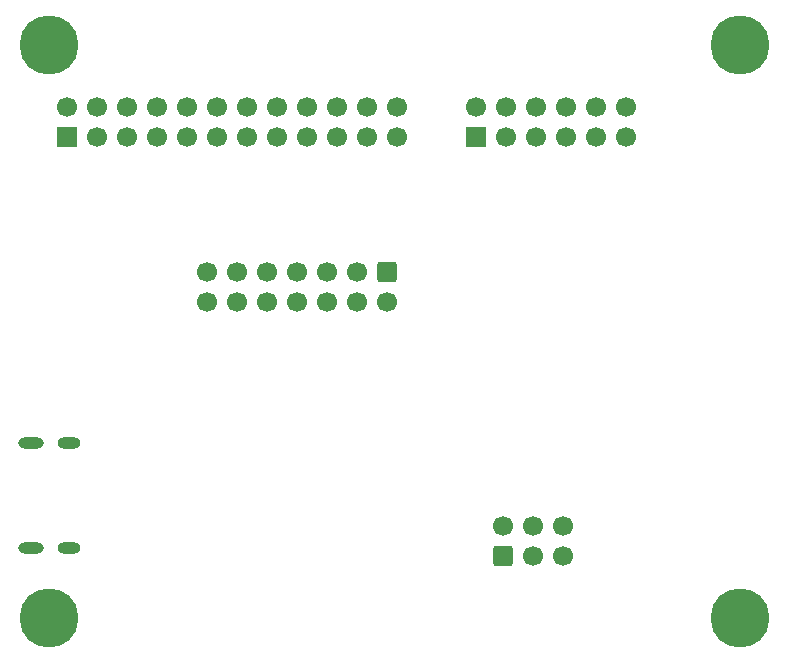
<source format=gbr>
%TF.GenerationSoftware,KiCad,Pcbnew,9.0.6*%
%TF.CreationDate,2026-01-12T13:11:15+01:00*%
%TF.ProjectId,IoT-Werkstatt_Band1,496f542d-5765-4726-9b73-746174745f42,rev?*%
%TF.SameCoordinates,Original*%
%TF.FileFunction,Soldermask,Bot*%
%TF.FilePolarity,Negative*%
%FSLAX46Y46*%
G04 Gerber Fmt 4.6, Leading zero omitted, Abs format (unit mm)*
G04 Created by KiCad (PCBNEW 9.0.6) date 2026-01-12 13:11:15*
%MOMM*%
%LPD*%
G01*
G04 APERTURE LIST*
G04 Aperture macros list*
%AMRoundRect*
0 Rectangle with rounded corners*
0 $1 Rounding radius*
0 $2 $3 $4 $5 $6 $7 $8 $9 X,Y pos of 4 corners*
0 Add a 4 corners polygon primitive as box body*
4,1,4,$2,$3,$4,$5,$6,$7,$8,$9,$2,$3,0*
0 Add four circle primitives for the rounded corners*
1,1,$1+$1,$2,$3*
1,1,$1+$1,$4,$5*
1,1,$1+$1,$6,$7*
1,1,$1+$1,$8,$9*
0 Add four rect primitives between the rounded corners*
20,1,$1+$1,$2,$3,$4,$5,0*
20,1,$1+$1,$4,$5,$6,$7,0*
20,1,$1+$1,$6,$7,$8,$9,0*
20,1,$1+$1,$8,$9,$2,$3,0*%
G04 Aperture macros list end*
%ADD10C,2.900000*%
%ADD11C,5.000000*%
%ADD12O,1.950000X0.950000*%
%ADD13O,2.150000X0.950000*%
%ADD14RoundRect,0.250000X-0.600000X0.600000X-0.600000X-0.600000X0.600000X-0.600000X0.600000X0.600000X0*%
%ADD15C,1.700000*%
%ADD16RoundRect,0.250000X0.600000X-0.600000X0.600000X0.600000X-0.600000X0.600000X-0.600000X-0.600000X0*%
%ADD17R,1.700000X1.700000*%
G04 APERTURE END LIST*
D10*
%TO.C,REF\u002A\u002A*%
X134500000Y-110500000D03*
D11*
X134500000Y-110500000D03*
%TD*%
D10*
%TO.C,REF\u002A\u002A*%
X193000000Y-110500000D03*
D11*
X193000000Y-110500000D03*
%TD*%
D10*
%TO.C,REF\u002A\u002A*%
X193000000Y-62000000D03*
D11*
X193000000Y-62000000D03*
%TD*%
D10*
%TO.C,REF\u002A\u002A*%
X134500000Y-62000000D03*
D11*
X134500000Y-62000000D03*
%TD*%
D12*
%TO.C,J2*%
X136200000Y-95700000D03*
D13*
X133000000Y-95700000D03*
D12*
X136200000Y-104600000D03*
D13*
X133000000Y-104600000D03*
%TD*%
D14*
%TO.C,J_JTAG1*%
X163120000Y-81247500D03*
D15*
X163120000Y-83787500D03*
X160580000Y-81247500D03*
X160580000Y-83787500D03*
X158040000Y-81247500D03*
X158040000Y-83787500D03*
X155500000Y-81247500D03*
X155500000Y-83787500D03*
X152960000Y-81247500D03*
X152960000Y-83787500D03*
X150420000Y-81247500D03*
X150420000Y-83787500D03*
X147880000Y-81247500D03*
X147880000Y-83787500D03*
%TD*%
D16*
%TO.C,J_ProgUART0_1*%
X172955000Y-105252500D03*
D15*
X172955000Y-102712500D03*
X175495000Y-105252500D03*
X175495000Y-102712500D03*
X178035000Y-105252500D03*
X178035000Y-102712500D03*
%TD*%
D17*
%TO.C,J4*%
X170650000Y-69775000D03*
D15*
X170650000Y-67235000D03*
X173190000Y-69775000D03*
X173190000Y-67235000D03*
X175730000Y-69775000D03*
X175730000Y-67235000D03*
X178270000Y-69775000D03*
X178270000Y-67235000D03*
X180810000Y-69775000D03*
X180810000Y-67235000D03*
X183350000Y-69775000D03*
X183350000Y-67235000D03*
%TD*%
D17*
%TO.C,J3*%
X136030000Y-69775000D03*
D15*
X136030000Y-67235000D03*
X138570000Y-69775000D03*
X138570000Y-67235000D03*
X141110000Y-69775000D03*
X141110000Y-67235000D03*
X143650000Y-69775000D03*
X143650000Y-67235000D03*
X146190000Y-69775000D03*
X146190000Y-67235000D03*
X148730000Y-69775000D03*
X148730000Y-67235000D03*
X151270000Y-69775000D03*
X151270000Y-67235000D03*
X153810000Y-69775000D03*
X153810000Y-67235000D03*
X156350000Y-69775000D03*
X156350000Y-67235000D03*
X158890000Y-69775000D03*
X158890000Y-67235000D03*
X161430000Y-69775000D03*
X161430000Y-67235000D03*
X163970000Y-69775000D03*
X163970000Y-67235000D03*
%TD*%
M02*

</source>
